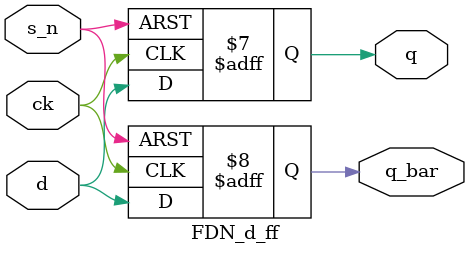
<source format=v>
module FDN_d_ff	(
				input d,
				input ck,
				input s_n,
				output reg q,
				output reg q_bar
				);

parameter TUP_CK_TO_Q = 2;
parameter TDN_CK_TO_Q = 2;
parameter TUP_CK_TO_XQ = 2;
parameter TDN_CK_TO_XQ = 2;

always @(posedge ck or negedge s_n) begin
	if(!s_n) begin
		q <= 1;
		q_bar <= 0;  	
	end
	else begin
	    if (d) begin
	        #TUP_CK_TO_Q q <= d;
	        #TUP_CK_TO_XQ q_bar <= d;
	    end
	    else begin
	        #TDN_CK_TO_Q q <= d;
	        #TDN_CK_TO_XQ q_bar <= d;
	    end 
	end
end

endmodule
</source>
